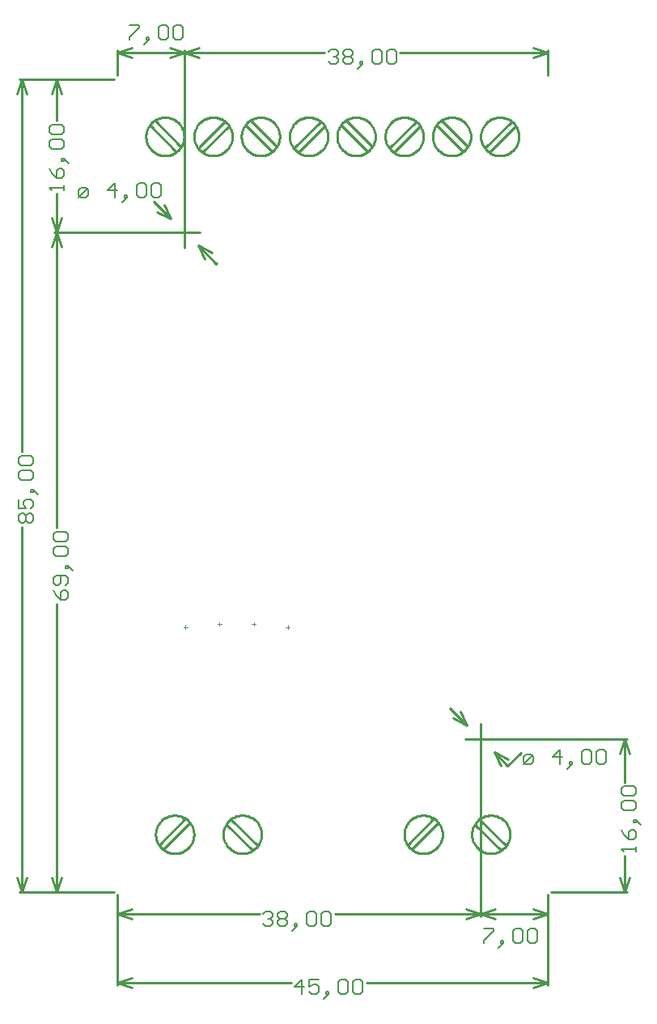
<source format=gm1>
%FSDAX24Y24*%
%MOIN*%
%SFA1B1*%

%IPPOS*%
%ADD20C,0.010000*%
%ADD82C,0.003900*%
%ADD83C,0.006000*%
%LNde-230724-1*%
%LPD*%
G54D20*
X013143Y012362D02*
D01*
X013141Y012416*
X013135Y012471*
X013125Y012525*
X013112Y012578*
X013095Y012631*
X013074Y012682*
X013050Y012731*
X013023Y012779*
X012992Y012824*
X012958Y012867*
X012922Y012908*
X012882Y012946*
X012840Y012982*
X012796Y013014*
X012749Y013043*
X012700Y013069*
X012650Y013091*
X012599Y013110*
X012546Y013125*
X012492Y013137*
X012438Y013144*
X012383Y013148*
X012328*
X012273Y013144*
X012219Y013137*
X012165Y013125*
X012112Y013110*
X012061Y013091*
X012011Y013069*
X011962Y013043*
X011915Y013014*
X011871Y012982*
X011829Y012946*
X011789Y012908*
X011753Y012867*
X011719Y012824*
X011688Y012779*
X011661Y012731*
X011637Y012682*
X011616Y012631*
X011599Y012578*
X011586Y012525*
X011576Y012471*
X011570Y012416*
X011569Y012362*
X011570Y012307*
X011576Y012252*
X011586Y012198*
X011599Y012145*
X011616Y012092*
X011637Y012041*
X011661Y011992*
X011688Y011944*
X011719Y011899*
X011753Y011856*
X011789Y011815*
X011829Y011777*
X011871Y011741*
X011915Y011709*
X011962Y011680*
X012011Y011654*
X012061Y011632*
X012112Y011613*
X012165Y011598*
X012219Y011586*
X012273Y011579*
X012328Y011575*
X012383*
X012438Y011579*
X012492Y011586*
X012546Y011598*
X012599Y011613*
X012650Y011632*
X012700Y011654*
X012749Y011680*
X012796Y011709*
X012840Y011741*
X012882Y011777*
X012922Y011815*
X012958Y011856*
X012992Y011899*
X013023Y011944*
X013050Y011992*
X013074Y012041*
X013095Y012092*
X013112Y012145*
X013125Y012198*
X013135Y012252*
X013141Y012307*
X013143Y012362*
X015928D02*
D01*
X015926Y012416*
X015920Y012471*
X015910Y012525*
X015897Y012578*
X015880Y012631*
X015859Y012682*
X015835Y012731*
X015808Y012779*
X015777Y012824*
X015743Y012867*
X015707Y012908*
X015667Y012946*
X015625Y012982*
X015581Y013014*
X015534Y013043*
X015485Y013069*
X015435Y013091*
X015384Y013110*
X015331Y013125*
X015277Y013137*
X015223Y013144*
X015168Y013148*
X015113*
X015058Y013144*
X015004Y013137*
X014950Y013125*
X014897Y013110*
X014846Y013091*
X014796Y013069*
X014747Y013043*
X014700Y013014*
X014656Y012982*
X014614Y012946*
X014574Y012908*
X014538Y012867*
X014504Y012824*
X014473Y012779*
X014446Y012731*
X014422Y012682*
X014401Y012631*
X014384Y012578*
X014371Y012525*
X014361Y012471*
X014355Y012416*
X014354Y012362*
X014355Y012307*
X014361Y012252*
X014371Y012198*
X014384Y012145*
X014401Y012092*
X014422Y012041*
X014446Y011992*
X014473Y011944*
X014504Y011899*
X014538Y011856*
X014574Y011815*
X014614Y011777*
X014656Y011741*
X014700Y011709*
X014747Y011680*
X014796Y011654*
X014846Y011632*
X014897Y011613*
X014950Y011598*
X015004Y011586*
X015058Y011579*
X015113Y011575*
X015168*
X015223Y011579*
X015277Y011586*
X015331Y011598*
X015384Y011613*
X015435Y011632*
X015485Y011654*
X015534Y011680*
X015581Y011709*
X015625Y011741*
X015667Y011777*
X015707Y011815*
X015743Y011856*
X015777Y011899*
X015808Y011944*
X015835Y011992*
X015859Y012041*
X015880Y012092*
X015897Y012145*
X015910Y012198*
X015920Y012252*
X015926Y012307*
X015928Y012362*
X018661Y041102D02*
D01*
X018659Y041156*
X018653Y041211*
X018643Y041265*
X018630Y041318*
X018613Y041371*
X018592Y041422*
X018568Y041471*
X018541Y041519*
X018510Y041564*
X018476Y041607*
X018440Y041648*
X018400Y041686*
X018358Y041722*
X018314Y041754*
X018267Y041783*
X018218Y041809*
X018168Y041831*
X018117Y041850*
X018064Y041865*
X018010Y041877*
X017956Y041884*
X017901Y041888*
X017846*
X017791Y041884*
X017737Y041877*
X017683Y041865*
X017630Y041850*
X017579Y041831*
X017529Y041809*
X017480Y041783*
X017433Y041754*
X017389Y041722*
X017347Y041686*
X017307Y041648*
X017271Y041607*
X017237Y041564*
X017206Y041519*
X017179Y041471*
X017155Y041422*
X017134Y041371*
X017117Y041318*
X017104Y041265*
X017094Y041211*
X017088Y041156*
X017087Y041102*
X017088Y041047*
X017094Y040992*
X017104Y040938*
X017117Y040885*
X017134Y040832*
X017155Y040781*
X017179Y040732*
X017206Y040684*
X017237Y040639*
X017271Y040596*
X017307Y040555*
X017347Y040517*
X017389Y040481*
X017433Y040449*
X017480Y040420*
X017529Y040394*
X017579Y040372*
X017630Y040353*
X017683Y040338*
X017737Y040326*
X017791Y040319*
X017846Y040315*
X017901*
X017956Y040319*
X018010Y040326*
X018064Y040338*
X018117Y040353*
X018168Y040372*
X018218Y040394*
X018267Y040420*
X018314Y040449*
X018358Y040481*
X018400Y040517*
X018440Y040555*
X018476Y040596*
X018510Y040639*
X018541Y040684*
X018568Y040732*
X018592Y040781*
X018613Y040832*
X018630Y040885*
X018643Y040938*
X018653Y040992*
X018659Y041047*
X018661Y041102*
X016677D02*
D01*
X016675Y041156*
X016669Y041211*
X016659Y041265*
X016646Y041318*
X016629Y041371*
X016608Y041422*
X016584Y041471*
X016557Y041519*
X016526Y041564*
X016492Y041607*
X016456Y041648*
X016416Y041686*
X016374Y041722*
X016330Y041754*
X016283Y041783*
X016234Y041809*
X016184Y041831*
X016133Y041850*
X016080Y041865*
X016026Y041877*
X015972Y041884*
X015917Y041888*
X015862*
X015807Y041884*
X015753Y041877*
X015699Y041865*
X015646Y041850*
X015595Y041831*
X015545Y041809*
X015496Y041783*
X015449Y041754*
X015405Y041722*
X015363Y041686*
X015323Y041648*
X015287Y041607*
X015253Y041564*
X015222Y041519*
X015195Y041471*
X015171Y041422*
X015150Y041371*
X015133Y041318*
X015120Y041265*
X015110Y041211*
X015104Y041156*
X015103Y041102*
X015104Y041047*
X015110Y040992*
X015120Y040938*
X015133Y040885*
X015150Y040832*
X015171Y040781*
X015195Y040732*
X015222Y040684*
X015253Y040639*
X015287Y040596*
X015323Y040555*
X015363Y040517*
X015405Y040481*
X015449Y040449*
X015496Y040420*
X015545Y040394*
X015595Y040372*
X015646Y040353*
X015699Y040338*
X015753Y040326*
X015807Y040319*
X015862Y040315*
X015917*
X015972Y040319*
X016026Y040326*
X016080Y040338*
X016133Y040353*
X016184Y040372*
X016234Y040394*
X016283Y040420*
X016330Y040449*
X016374Y040481*
X016416Y040517*
X016456Y040555*
X016492Y040596*
X016526Y040639*
X016557Y040684*
X016584Y040732*
X016608Y040781*
X016629Y040832*
X016646Y040885*
X016659Y040938*
X016669Y040992*
X016675Y041047*
X016677Y041102*
X022598D02*
D01*
X022596Y041156*
X022590Y041211*
X022580Y041265*
X022567Y041318*
X022550Y041371*
X022529Y041422*
X022505Y041471*
X022478Y041519*
X022447Y041564*
X022413Y041607*
X022377Y041648*
X022337Y041686*
X022295Y041722*
X022251Y041754*
X022204Y041783*
X022155Y041809*
X022105Y041831*
X022054Y041850*
X022001Y041865*
X021947Y041877*
X021893Y041884*
X021838Y041888*
X021783*
X021728Y041884*
X021674Y041877*
X021620Y041865*
X021567Y041850*
X021516Y041831*
X021466Y041809*
X021417Y041783*
X021370Y041754*
X021326Y041722*
X021284Y041686*
X021244Y041648*
X021208Y041607*
X021174Y041564*
X021143Y041519*
X021116Y041471*
X021092Y041422*
X021071Y041371*
X021054Y041318*
X021041Y041265*
X021031Y041211*
X021025Y041156*
X021024Y041102*
X021025Y041047*
X021031Y040992*
X021041Y040938*
X021054Y040885*
X021071Y040832*
X021092Y040781*
X021116Y040732*
X021143Y040684*
X021174Y040639*
X021208Y040596*
X021244Y040555*
X021284Y040517*
X021326Y040481*
X021370Y040449*
X021417Y040420*
X021466Y040394*
X021516Y040372*
X021567Y040353*
X021620Y040338*
X021674Y040326*
X021728Y040319*
X021783Y040315*
X021838*
X021893Y040319*
X021947Y040326*
X022001Y040338*
X022054Y040353*
X022105Y040372*
X022155Y040394*
X022204Y040420*
X022251Y040449*
X022295Y040481*
X022337Y040517*
X022377Y040555*
X022413Y040596*
X022447Y040639*
X022478Y040684*
X022505Y040732*
X022529Y040781*
X022550Y040832*
X022567Y040885*
X022580Y040938*
X022590Y040992*
X022596Y041047*
X022598Y041102*
X020614D02*
D01*
X020612Y041156*
X020606Y041211*
X020596Y041265*
X020583Y041318*
X020566Y041371*
X020545Y041422*
X020521Y041471*
X020494Y041519*
X020463Y041564*
X020429Y041607*
X020393Y041648*
X020353Y041686*
X020311Y041722*
X020267Y041754*
X020220Y041783*
X020171Y041809*
X020121Y041831*
X020070Y041850*
X020017Y041865*
X019963Y041877*
X019909Y041884*
X019854Y041888*
X019799*
X019744Y041884*
X019690Y041877*
X019636Y041865*
X019583Y041850*
X019532Y041831*
X019482Y041809*
X019433Y041783*
X019386Y041754*
X019342Y041722*
X019300Y041686*
X019260Y041648*
X019224Y041607*
X019190Y041564*
X019159Y041519*
X019132Y041471*
X019108Y041422*
X019087Y041371*
X019070Y041318*
X019057Y041265*
X019047Y041211*
X019041Y041156*
X019040Y041102*
X019041Y041047*
X019047Y040992*
X019057Y040938*
X019070Y040885*
X019087Y040832*
X019108Y040781*
X019132Y040732*
X019159Y040684*
X019190Y040639*
X019224Y040596*
X019260Y040555*
X019300Y040517*
X019342Y040481*
X019386Y040449*
X019433Y040420*
X019482Y040394*
X019532Y040372*
X019583Y040353*
X019636Y040338*
X019690Y040326*
X019744Y040319*
X019799Y040315*
X019854*
X019909Y040319*
X019963Y040326*
X020017Y040338*
X020070Y040353*
X020121Y040372*
X020171Y040394*
X020220Y040420*
X020267Y040449*
X020311Y040481*
X020353Y040517*
X020393Y040555*
X020429Y040596*
X020463Y040639*
X020494Y040684*
X020521Y040732*
X020545Y040781*
X020566Y040832*
X020583Y040885*
X020596Y040938*
X020606Y040992*
X020612Y041047*
X020614Y041102*
X026535D02*
D01*
X026533Y041156*
X026527Y041211*
X026517Y041265*
X026504Y041318*
X026487Y041371*
X026466Y041422*
X026442Y041471*
X026415Y041519*
X026384Y041564*
X026350Y041607*
X026314Y041648*
X026274Y041686*
X026232Y041722*
X026188Y041754*
X026141Y041783*
X026092Y041809*
X026042Y041831*
X025991Y041850*
X025938Y041865*
X025884Y041877*
X025830Y041884*
X025775Y041888*
X025720*
X025665Y041884*
X025611Y041877*
X025557Y041865*
X025504Y041850*
X025453Y041831*
X025403Y041809*
X025354Y041783*
X025307Y041754*
X025263Y041722*
X025221Y041686*
X025181Y041648*
X025145Y041607*
X025111Y041564*
X025080Y041519*
X025053Y041471*
X025029Y041422*
X025008Y041371*
X024991Y041318*
X024978Y041265*
X024968Y041211*
X024962Y041156*
X024961Y041102*
X024962Y041047*
X024968Y040992*
X024978Y040938*
X024991Y040885*
X025008Y040832*
X025029Y040781*
X025053Y040732*
X025080Y040684*
X025111Y040639*
X025145Y040596*
X025181Y040555*
X025221Y040517*
X025263Y040481*
X025307Y040449*
X025354Y040420*
X025403Y040394*
X025453Y040372*
X025504Y040353*
X025557Y040338*
X025611Y040326*
X025665Y040319*
X025720Y040315*
X025775*
X025830Y040319*
X025884Y040326*
X025938Y040338*
X025991Y040353*
X026042Y040372*
X026092Y040394*
X026141Y040420*
X026188Y040449*
X026232Y040481*
X026274Y040517*
X026314Y040555*
X026350Y040596*
X026384Y040639*
X026415Y040684*
X026442Y040732*
X026466Y040781*
X026487Y040832*
X026504Y040885*
X026517Y040938*
X026527Y040992*
X026533Y041047*
X026535Y041102*
X024551D02*
D01*
X024549Y041156*
X024543Y041211*
X024533Y041265*
X024520Y041318*
X024503Y041371*
X024482Y041422*
X024458Y041471*
X024431Y041519*
X024400Y041564*
X024366Y041607*
X024330Y041648*
X024290Y041686*
X024248Y041722*
X024204Y041754*
X024157Y041783*
X024108Y041809*
X024058Y041831*
X024007Y041850*
X023954Y041865*
X023900Y041877*
X023846Y041884*
X023791Y041888*
X023736*
X023681Y041884*
X023627Y041877*
X023573Y041865*
X023520Y041850*
X023469Y041831*
X023419Y041809*
X023370Y041783*
X023323Y041754*
X023279Y041722*
X023237Y041686*
X023197Y041648*
X023161Y041607*
X023127Y041564*
X023096Y041519*
X023069Y041471*
X023045Y041422*
X023024Y041371*
X023007Y041318*
X022994Y041265*
X022984Y041211*
X022978Y041156*
X022977Y041102*
X022978Y041047*
X022984Y040992*
X022994Y040938*
X023007Y040885*
X023024Y040832*
X023045Y040781*
X023069Y040732*
X023096Y040684*
X023127Y040639*
X023161Y040596*
X023197Y040555*
X023237Y040517*
X023279Y040481*
X023323Y040449*
X023370Y040420*
X023419Y040394*
X023469Y040372*
X023520Y040353*
X023573Y040338*
X023627Y040326*
X023681Y040319*
X023736Y040315*
X023791*
X023846Y040319*
X023900Y040326*
X023954Y040338*
X024007Y040353*
X024058Y040372*
X024108Y040394*
X024157Y040420*
X024204Y040449*
X024248Y040481*
X024290Y040517*
X024330Y040555*
X024366Y040596*
X024400Y040639*
X024431Y040684*
X024458Y040732*
X024482Y040781*
X024503Y040832*
X024520Y040885*
X024533Y040938*
X024543Y040992*
X024549Y041047*
X024551Y041102*
X014724D02*
D01*
X014722Y041156*
X014716Y041211*
X014706Y041265*
X014693Y041318*
X014676Y041371*
X014655Y041422*
X014631Y041471*
X014604Y041519*
X014573Y041564*
X014539Y041607*
X014503Y041648*
X014463Y041686*
X014421Y041722*
X014377Y041754*
X014330Y041783*
X014281Y041809*
X014231Y041831*
X014180Y041850*
X014127Y041865*
X014073Y041877*
X014019Y041884*
X013964Y041888*
X013909*
X013854Y041884*
X013800Y041877*
X013746Y041865*
X013693Y041850*
X013642Y041831*
X013592Y041809*
X013543Y041783*
X013496Y041754*
X013452Y041722*
X013410Y041686*
X013370Y041648*
X013334Y041607*
X013300Y041564*
X013269Y041519*
X013242Y041471*
X013218Y041422*
X013197Y041371*
X013180Y041318*
X013167Y041265*
X013157Y041211*
X013151Y041156*
X013150Y041102*
X013151Y041047*
X013157Y040992*
X013167Y040938*
X013180Y040885*
X013197Y040832*
X013218Y040781*
X013242Y040732*
X013269Y040684*
X013300Y040639*
X013334Y040596*
X013370Y040555*
X013410Y040517*
X013452Y040481*
X013496Y040449*
X013543Y040420*
X013592Y040394*
X013642Y040372*
X013693Y040353*
X013746Y040338*
X013800Y040326*
X013854Y040319*
X013909Y040315*
X013964*
X014019Y040319*
X014073Y040326*
X014127Y040338*
X014180Y040353*
X014231Y040372*
X014281Y040394*
X014330Y040420*
X014377Y040449*
X014421Y040481*
X014463Y040517*
X014503Y040555*
X014539Y040596*
X014573Y040639*
X014604Y040684*
X014631Y040732*
X014655Y040781*
X014676Y040832*
X014693Y040885*
X014706Y040938*
X014716Y040992*
X014722Y041047*
X014724Y041102*
X012740D02*
D01*
X012738Y041156*
X012732Y041211*
X012722Y041265*
X012709Y041318*
X012692Y041371*
X012671Y041422*
X012647Y041471*
X012620Y041519*
X012589Y041564*
X012555Y041607*
X012519Y041648*
X012479Y041686*
X012437Y041722*
X012393Y041754*
X012346Y041783*
X012297Y041809*
X012247Y041831*
X012196Y041850*
X012143Y041865*
X012089Y041877*
X012035Y041884*
X011980Y041888*
X011925*
X011870Y041884*
X011816Y041877*
X011762Y041865*
X011709Y041850*
X011658Y041831*
X011608Y041809*
X011559Y041783*
X011512Y041754*
X011468Y041722*
X011426Y041686*
X011386Y041648*
X011350Y041607*
X011316Y041564*
X011285Y041519*
X011258Y041471*
X011234Y041422*
X011213Y041371*
X011196Y041318*
X011183Y041265*
X011173Y041211*
X011167Y041156*
X011166Y041102*
X011167Y041047*
X011173Y040992*
X011183Y040938*
X011196Y040885*
X011213Y040832*
X011234Y040781*
X011258Y040732*
X011285Y040684*
X011316Y040639*
X011350Y040596*
X011386Y040555*
X011426Y040517*
X011468Y040481*
X011512Y040449*
X011559Y040420*
X011608Y040394*
X011658Y040372*
X011709Y040353*
X011762Y040338*
X011816Y040326*
X011870Y040319*
X011925Y040315*
X011980*
X012035Y040319*
X012089Y040326*
X012143Y040338*
X012196Y040353*
X012247Y040372*
X012297Y040394*
X012346Y040420*
X012393Y040449*
X012437Y040481*
X012479Y040517*
X012519Y040555*
X012555Y040596*
X012589Y040639*
X012620Y040684*
X012647Y040732*
X012671Y040781*
X012692Y040832*
X012709Y040885*
X012722Y040938*
X012732Y040992*
X012738Y041047*
X012740Y041102*
X023380Y012362D02*
D01*
X023378Y012416*
X023372Y012471*
X023362Y012525*
X023349Y012578*
X023332Y012631*
X023311Y012682*
X023287Y012731*
X023260Y012779*
X023229Y012824*
X023195Y012867*
X023159Y012908*
X023119Y012946*
X023077Y012982*
X023033Y013014*
X022986Y013043*
X022937Y013069*
X022887Y013091*
X022836Y013110*
X022783Y013125*
X022729Y013137*
X022675Y013144*
X022620Y013148*
X022565*
X022510Y013144*
X022456Y013137*
X022402Y013125*
X022349Y013110*
X022298Y013091*
X022248Y013069*
X022199Y013043*
X022152Y013014*
X022108Y012982*
X022066Y012946*
X022026Y012908*
X021990Y012867*
X021956Y012824*
X021925Y012779*
X021898Y012731*
X021874Y012682*
X021853Y012631*
X021836Y012578*
X021823Y012525*
X021813Y012471*
X021807Y012416*
X021806Y012362*
X021807Y012307*
X021813Y012252*
X021823Y012198*
X021836Y012145*
X021853Y012092*
X021874Y012041*
X021898Y011992*
X021925Y011944*
X021956Y011899*
X021990Y011856*
X022026Y011815*
X022066Y011777*
X022108Y011741*
X022152Y011709*
X022199Y011680*
X022248Y011654*
X022298Y011632*
X022349Y011613*
X022402Y011598*
X022456Y011586*
X022510Y011579*
X022565Y011575*
X022620*
X022675Y011579*
X022729Y011586*
X022783Y011598*
X022836Y011613*
X022887Y011632*
X022937Y011654*
X022986Y011680*
X023033Y011709*
X023077Y011741*
X023119Y011777*
X023159Y011815*
X023195Y011856*
X023229Y011899*
X023260Y011944*
X023287Y011992*
X023311Y012041*
X023332Y012092*
X023349Y012145*
X023362Y012198*
X023372Y012252*
X023378Y012307*
X023380Y012362*
X026164D02*
D01*
X026162Y012416*
X026156Y012471*
X026146Y012525*
X026133Y012578*
X026116Y012631*
X026095Y012682*
X026071Y012731*
X026044Y012779*
X026013Y012824*
X025979Y012867*
X025943Y012908*
X025903Y012946*
X025861Y012982*
X025817Y013014*
X025770Y013043*
X025721Y013069*
X025671Y013091*
X025620Y013110*
X025567Y013125*
X025513Y013137*
X025459Y013144*
X025404Y013148*
X025349*
X025294Y013144*
X025240Y013137*
X025186Y013125*
X025133Y013110*
X025082Y013091*
X025032Y013069*
X024983Y013043*
X024936Y013014*
X024892Y012982*
X024850Y012946*
X024810Y012908*
X024774Y012867*
X024740Y012824*
X024709Y012779*
X024682Y012731*
X024658Y012682*
X024637Y012631*
X024620Y012578*
X024607Y012525*
X024597Y012471*
X024591Y012416*
X024590Y012362*
X024591Y012307*
X024597Y012252*
X024607Y012198*
X024620Y012145*
X024637Y012092*
X024658Y012041*
X024682Y011992*
X024709Y011944*
X024740Y011899*
X024774Y011856*
X024810Y011815*
X024850Y011777*
X024892Y011741*
X024936Y011709*
X024983Y011680*
X025032Y011654*
X025082Y011632*
X025133Y011613*
X025186Y011598*
X025240Y011586*
X025294Y011579*
X025349Y011575*
X025404*
X025459Y011579*
X025513Y011586*
X025567Y011598*
X025620Y011613*
X025671Y011632*
X025721Y011654*
X025770Y011680*
X025817Y011709*
X025861Y011741*
X025903Y011777*
X025943Y011815*
X025979Y011856*
X026013Y011899*
X026044Y011944*
X026071Y011992*
X026095Y012041*
X026116Y012092*
X026133Y012145*
X026146Y012198*
X026156Y012252*
X026162Y012307*
X026164Y012362*
X023697Y017563D02*
X024404Y016856D01*
X024121Y017422D02*
X024404Y016856D01*
X023838Y017139D02*
X024404Y016856D01*
X026071Y015189D02*
X026611Y015730D01*
X025517Y015742D02*
X026071Y015189D01*
X025517Y015742D02*
X025800Y015177D01*
X025517Y015742D02*
X026083Y015460D01*
X011492Y038429D02*
X012199Y037722D01*
X011916Y038288D02*
X012199Y037722D01*
X011633Y038005D02*
X012199Y037722D01*
X014061Y035860D02*
X014101Y035899D01*
X013313Y036609D02*
X014061Y035860D01*
X013313Y036609D02*
X013596Y036043D01*
X013313Y036609D02*
X013878Y036326D01*
X027867Y010000D02*
X031000D01*
X024323Y016299D02*
X031000D01*
X030900Y010000D02*
Y011480D01*
Y014499D02*
Y016299D01*
Y010000D02*
X031100Y010600D01*
X030700D02*
X030900Y010000D01*
X030700Y015699D02*
X030900Y016299D01*
X031100Y015699*
X005950Y010000D02*
X009850D01*
X005950Y043465D02*
X009850D01*
X006050Y010000D02*
Y025013D01*
Y028132D02*
Y043465D01*
Y010000D02*
X006250Y010600D01*
X005850D02*
X006050Y010000D01*
X005850Y042865D02*
X006050Y043465D01*
X006250Y042865*
X007400Y010000D02*
X009850D01*
X007400Y037165D02*
X011818D01*
X007500Y010000D02*
Y021863D01*
Y024982D02*
Y037165D01*
Y010000D02*
X007700Y010600D01*
X007300D02*
X007500Y010000D01*
X007300Y036565D02*
X007500Y037165D01*
X007700Y036565*
X007400Y043465D02*
X009850D01*
X007400Y037165D02*
X013393D01*
X007500Y041759D02*
Y043465D01*
Y037165D02*
Y038740D01*
X007300Y042865D02*
X007500Y043465D01*
X007700Y042865*
X007500Y037165D02*
X007700Y037765D01*
X007300D02*
X007500Y037165D01*
X027717Y043615D02*
Y044650D01*
X012756Y038103D02*
Y044650D01*
X021636Y044550D02*
X027717D01*
X012756D02*
X018517D01*
X027117Y044750D02*
X027717Y044550D01*
X027117Y044350D02*
X027717Y044550D01*
X012756D02*
X013356Y044350D01*
X012756Y044550D02*
X013356Y044750D01*
X010000Y043615D02*
Y044650D01*
X012756Y036528D02*
Y044650D01*
X010000Y044550D02*
X011378D01*
X012756*
X010000D02*
X010600Y044350D01*
X010000Y044550D02*
X010600Y044750D01*
X012156D02*
X012756Y044550D01*
X012156Y044350D02*
X012756Y044550D01*
X024961Y009000D02*
Y016937D01*
X010000Y009000D02*
Y009850D01*
X018959Y009100D02*
X024961D01*
X010000D02*
X015840D01*
X024361Y009300D02*
X024961Y009100D01*
X024361Y008900D02*
X024961Y009100D01*
X010000D02*
X010600Y008900D01*
X010000Y009100D02*
X010600Y009300D01*
X027717Y009000D02*
Y009900D01*
X024961Y009000D02*
Y015362D01*
X026339Y009100D02*
X027717D01*
X024961D02*
X026339D01*
X027117Y009300D02*
X027717Y009100D01*
X027117Y008900D02*
X027717Y009100D01*
X024961D02*
X025561Y008900D01*
X024961Y009100D02*
X025561Y009300D01*
X027717Y006150D02*
Y009900D01*
X010000Y006150D02*
Y009900D01*
X020258Y006250D02*
X027717D01*
X010000D02*
X017139D01*
X027117Y006450D02*
X027717Y006250D01*
X027117Y006050D02*
X027717Y006250D01*
X010000D02*
X010600Y006050D01*
X010000Y006250D02*
X010600Y006450D01*
X014490Y012762D02*
X015540Y011712D01*
X014690Y012962D02*
X015740Y011912D01*
X011715Y011937D02*
X012790Y013012D01*
X011890Y011762D02*
X012940Y012812D01*
X015490Y041752D02*
X016540Y040702D01*
X016340Y040452D02*
Y040502D01*
X015290Y041552D02*
X016340Y040502D01*
X017440Y040452D02*
X018515Y041527D01*
X017290Y040652D02*
X018340Y041702D01*
X019427Y041752D02*
X020477Y040702D01*
X020277Y040452D02*
Y040502D01*
X019227Y041552D02*
X020277Y040502D01*
X021377Y040452D02*
X022452Y041527D01*
X021227Y040652D02*
X022277Y041702D01*
X023364Y041752D02*
X024414Y040702D01*
X024214Y040452D02*
Y040502D01*
X023164Y041552D02*
X024214Y040502D01*
X025314Y040452D02*
X026389Y041527D01*
X025164Y040652D02*
X026214Y041702D01*
X011553Y041752D02*
X012603Y040702D01*
X012403Y040452D02*
Y040502D01*
X011353Y041552D02*
X012403Y040502D01*
X013503Y040452D02*
X014578Y041527D01*
X013353Y040652D02*
X014403Y041702D01*
X024726Y012762D02*
X025776Y011712D01*
X024926Y012962D02*
X025976Y011912D01*
X021951Y011937D02*
X023026Y013012D01*
X022126Y011762D02*
X023176Y012812D01*
G54D82*
X017017Y020821D02*
Y020979D01*
X016938Y020900D02*
X017095D01*
X012800Y020821D02*
Y020979D01*
X012721Y020900D02*
X012879D01*
X014205Y020939D02*
Y021097D01*
X014127Y021018D02*
X014284D01*
X015611Y020939D02*
Y021097D01*
X015532Y021018D02*
X015690D01*
G54D83*
X026811Y015270D02*
X027011D01*
X027111Y015370*
Y015570*
X027011Y015670*
X026811*
X026711Y015570*
Y015370*
X026811Y015270*
X026711D02*
X027111Y015670D01*
X028211Y015270D02*
Y015869D01*
X027911Y015570*
X028311*
X028611Y015170D02*
X028711Y015270D01*
Y015370*
X028611*
Y015270*
X028711*
X028611Y015170*
X028511Y015070*
X029110Y015769D02*
X029210Y015869D01*
X029410*
X029510Y015769*
Y015370*
X029410Y015270*
X029210*
X029110Y015370*
Y015769*
X029710D02*
X029810Y015869D01*
X030010*
X030110Y015769*
Y015370*
X030010Y015270*
X029810*
X029710Y015370*
Y015769*
X008500Y038600D02*
X008700D01*
X008800Y038700*
Y038900*
X008700Y039000*
X008500*
X008400Y038900*
Y038700*
X008500Y038600*
X008400D02*
X008800Y039000D01*
X009900Y038600D02*
Y039200D01*
X009600Y038900*
X009999*
X010299Y038500D02*
X010399Y038600D01*
Y038700*
X010299*
Y038600*
X010399*
X010299Y038500*
X010199Y038400*
X010799Y039100D02*
X010899Y039200D01*
X011099*
X011199Y039100*
Y038700*
X011099Y038600*
X010899*
X010799Y038700*
Y039100*
X011399D02*
X011499Y039200D01*
X011699*
X011799Y039100*
Y038700*
X011699Y038600*
X011499*
X011399Y038700*
Y039100*
X031360Y011640D02*
Y011840D01*
Y011740*
X030760*
X030860Y011640*
X030760Y012540D02*
X030860Y012340D01*
X031060Y012140*
X031260*
X031360Y012240*
Y012440*
X031260Y012540*
X031160*
X031060Y012440*
Y012140*
X031460Y012840D02*
X031360Y012940D01*
X031260*
Y012840*
X031360*
Y012940*
X031460Y012840*
X031560Y012740*
X030860Y013339D02*
X030760Y013439D01*
Y013639*
X030860Y013739*
X031260*
X031360Y013639*
Y013439*
X031260Y013339*
X030860*
Y013939D02*
X030760Y014039D01*
Y014239*
X030860Y014339*
X031260*
X031360Y014239*
Y014039*
X031260Y013939*
X030860*
X006010Y025173D02*
X005910Y025273D01*
Y025473*
X006010Y025573*
X006110*
X006210Y025473*
X006310Y025573*
X006410*
X006510Y025473*
Y025273*
X006410Y025173*
X006310*
X006210Y025273*
X006110Y025173*
X006010*
X006210Y025273D02*
Y025473D01*
X005910Y026172D02*
Y025773D01*
X006210*
X006110Y025972*
Y026072*
X006210Y026172*
X006410*
X006510Y026072*
Y025873*
X006410Y025773*
X006610Y026472D02*
X006510Y026572D01*
X006410*
Y026472*
X006510*
Y026572*
X006610Y026472*
X006710Y026372*
X006010Y026972D02*
X005910Y027072D01*
Y027272*
X006010Y027372*
X006410*
X006510Y027272*
Y027072*
X006410Y026972*
X006010*
Y027572D02*
X005910Y027672D01*
Y027872*
X006010Y027972*
X006410*
X006510Y027872*
Y027672*
X006410Y027572*
X006010*
X007360Y022423D02*
X007460Y022223D01*
X007660Y022023*
X007860*
X007960Y022123*
Y022323*
X007860Y022423*
X007760*
X007660Y022323*
Y022023*
X007860Y022623D02*
X007960Y022723D01*
Y022923*
X007860Y023023*
X007460*
X007360Y022923*
Y022723*
X007460Y022623*
X007560*
X007660Y022723*
Y023023*
X008060Y023323D02*
X007960Y023423D01*
X007860*
Y023323*
X007960*
Y023423*
X008060Y023323*
X008160Y023223*
X007460Y023823D02*
X007360Y023923D01*
Y024122*
X007460Y024222*
X007860*
X007960Y024122*
Y023923*
X007860Y023823*
X007460*
Y024422D02*
X007360Y024522D01*
Y024722*
X007460Y024822*
X007860*
X007960Y024722*
Y024522*
X007860Y024422*
X007460*
X007800Y038900D02*
Y039100D01*
Y039000*
X007200*
X007300Y038900*
X007200Y039800D02*
X007300Y039600D01*
X007500Y039400*
X007700*
X007800Y039500*
Y039700*
X007700Y039800*
X007600*
X007500Y039700*
Y039400*
X007900Y040100D02*
X007800Y040200D01*
X007700*
Y040100*
X007800*
Y040200*
X007900Y040100*
X008000Y040000*
X007300Y040599D02*
X007200Y040699D01*
Y040899*
X007300Y040999*
X007700*
X007800Y040899*
Y040699*
X007700Y040599*
X007300*
Y041199D02*
X007200Y041299D01*
Y041499*
X007300Y041599*
X007700*
X007800Y041499*
Y041299*
X007700Y041199*
X007300*
X018677Y044590D02*
X018777Y044690D01*
X018977*
X019077Y044590*
Y044490*
X018977Y044390*
X018877*
X018977*
X019077Y044290*
Y044190*
X018977Y044090*
X018777*
X018677Y044190*
X019276Y044590D02*
X019376Y044690D01*
X019576*
X019676Y044590*
Y044490*
X019576Y044390*
X019676Y044290*
Y044190*
X019576Y044090*
X019376*
X019276Y044190*
Y044290*
X019376Y044390*
X019276Y044490*
Y044590*
X019376Y044390D02*
X019576D01*
X019976Y043990D02*
X020076Y044090D01*
Y044190*
X019976*
Y044090*
X020076*
X019976Y043990*
X019876Y043890*
X020476Y044590D02*
X020576Y044690D01*
X020776*
X020876Y044590*
Y044190*
X020776Y044090*
X020576*
X020476Y044190*
Y044590*
X021076D02*
X021176Y044690D01*
X021376*
X021476Y044590*
Y044190*
X021376Y044090*
X021176*
X021076Y044190*
Y044590*
X010500Y045700D02*
X010900D01*
Y045600*
X010500Y045200*
Y045100*
X011200Y045000D02*
X011300Y045100D01*
Y045200*
X011200*
Y045100*
X011300*
X011200Y045000*
X011100Y044900*
X011700Y045600D02*
X011800Y045700D01*
X012000*
X012099Y045600*
Y045200*
X012000Y045100*
X011800*
X011700Y045200*
Y045600*
X012299D02*
X012399Y045700D01*
X012599*
X012699Y045600*
Y045200*
X012599Y045100*
X012399*
X012299Y045200*
Y045600*
X016000Y009100D02*
X016100Y009200D01*
X016300*
X016400Y009100*
Y009000*
X016300Y008900*
X016200*
X016300*
X016400Y008800*
Y008700*
X016300Y008600*
X016100*
X016000Y008700*
X016600Y009100D02*
X016700Y009200D01*
X016900*
X017000Y009100*
Y009000*
X016900Y008900*
X017000Y008800*
Y008700*
X016900Y008600*
X016700*
X016600Y008700*
Y008800*
X016700Y008900*
X016600Y009000*
Y009100*
X016700Y008900D02*
X016900D01*
X017300Y008500D02*
X017400Y008600D01*
Y008700*
X017300*
Y008600*
X017400*
X017300Y008500*
X017200Y008400*
X017799Y009100D02*
X017899Y009200D01*
X018099*
X018199Y009100*
Y008700*
X018099Y008600*
X017899*
X017799Y008700*
Y009100*
X018399D02*
X018499Y009200D01*
X018699*
X018799Y009100*
Y008700*
X018699Y008600*
X018499*
X018399Y008700*
Y009100*
X025100Y008500D02*
X025500D01*
Y008400*
X025100Y008000*
Y007900*
X025800Y007800D02*
X025900Y007900D01*
Y008000*
X025800*
Y007900*
X025900*
X025800Y007800*
X025700Y007700*
X026300Y008400D02*
X026400Y008500D01*
X026600*
X026699Y008400*
Y008000*
X026600Y007900*
X026400*
X026300Y008000*
Y008400*
X026899D02*
X026999Y008500D01*
X027199*
X027299Y008400*
Y008000*
X027199Y007900*
X026999*
X026899Y008000*
Y008400*
X017599Y005790D02*
Y006390D01*
X017299Y006090*
X017699*
X018298Y006390D02*
X017899D01*
Y006090*
X018098Y006190*
X018198*
X018298Y006090*
Y005890*
X018198Y005790*
X017998*
X017899Y005890*
X018598Y005690D02*
X018698Y005790D01*
Y005890*
X018598*
Y005790*
X018698*
X018598Y005690*
X018498Y005590*
X019098Y006290D02*
X019198Y006390D01*
X019398*
X019498Y006290*
Y005890*
X019398Y005790*
X019198*
X019098Y005890*
Y006290*
X019698D02*
X019798Y006390D01*
X019998*
X020098Y006290*
Y005890*
X019998Y005790*
X019798*
X019698Y005890*
Y006290*
M02*
</source>
